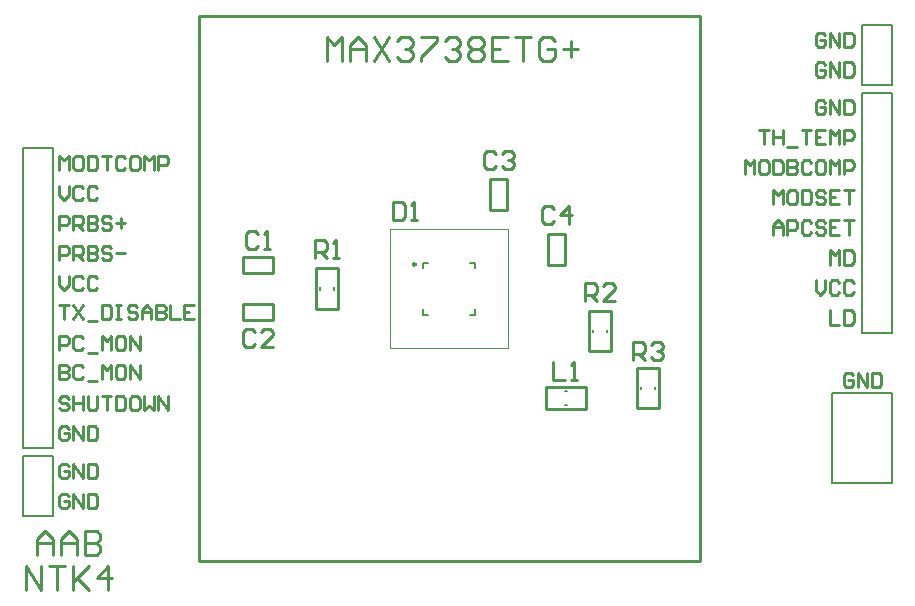
<source format=gto>
G04*
G04 #@! TF.GenerationSoftware,Altium Limited,Altium Designer,18.0.9 (584)*
G04*
G04 Layer_Color=65535*
%FSLAX44Y44*%
%MOMM*%
G71*
G01*
G75*
%ADD10C,0.2500*%
%ADD11C,0.2000*%
%ADD12C,0.2540*%
%ADD13C,0.0500*%
D10*
X366903Y295051D02*
G03*
X366903Y295051I-1250J0D01*
G01*
D11*
X745047Y498099D02*
X770447D01*
Y447299D02*
Y498099D01*
X745047Y447299D02*
X770447D01*
X745047D02*
Y498099D01*
X34303Y81901D02*
X59703D01*
X34303D02*
Y132701D01*
X59703D01*
Y81901D02*
Y132701D01*
X285751Y273552D02*
Y275551D01*
X297751Y273552D02*
Y275551D01*
X373153Y292301D02*
Y296551D01*
X377403D01*
X412903D02*
X417153D01*
Y292301D02*
Y296551D01*
Y252551D02*
Y256801D01*
X412903Y252551D02*
X417153D01*
X373153D02*
Y256801D01*
Y252551D02*
X377403D01*
X569290Y189290D02*
Y191290D01*
X557290Y189290D02*
Y191290D01*
X492760Y175710D02*
X494760D01*
X492760Y187710D02*
X494760D01*
X529040Y237570D02*
Y239570D01*
X517040Y237570D02*
Y239570D01*
X745000Y237170D02*
Y440370D01*
Y237170D02*
X770400D01*
Y440370D01*
X745000D02*
X770400D01*
X770390Y109640D02*
Y185840D01*
X719590Y109640D02*
X770390D01*
X719590D02*
Y185840D01*
X770390D01*
X59670Y139830D02*
Y374780D01*
Y393830D01*
X34270D02*
X59670D01*
X34270Y139830D02*
Y393830D01*
Y139830D02*
X59670D01*
D12*
X282251Y257551D02*
Y291551D01*
X301251D01*
X282251Y257551D02*
X301251D01*
Y291551D01*
X220247Y247551D02*
X246247D01*
Y261551D01*
X220247D02*
X246247D01*
X220247Y247551D02*
Y261551D01*
Y287551D02*
X246247D01*
Y301551D01*
X220247D02*
X246247D01*
X220247Y287551D02*
Y301551D01*
X478977Y294578D02*
X492977D01*
X478977D02*
Y320578D01*
X492977D01*
Y294578D02*
Y320578D01*
X289172Y43950D02*
X501134D01*
X607116Y159250D02*
Y389850D01*
X368658Y505150D02*
X421648D01*
X607116Y159250D02*
X607116Y43950D01*
X607116Y505150D02*
X607116Y389850D01*
X183190Y435150D02*
Y505150D01*
X501134Y43950D02*
X607116D01*
X183190D02*
X289172D01*
X421648Y505150D02*
X448144D01*
X342162D02*
X368658D01*
X572790Y173290D02*
Y207290D01*
X553790Y173290D02*
X572790D01*
X553790Y207290D02*
X572790D01*
X553790Y173290D02*
Y207290D01*
X476760Y172210D02*
X510760D01*
X476760D02*
Y191210D01*
X510760Y172210D02*
Y191210D01*
X476760D02*
X510760D01*
X532540Y221570D02*
Y255570D01*
X513540Y221570D02*
X532540D01*
X513540Y255570D02*
X532540D01*
X513540Y221570D02*
Y255570D01*
X429915Y341395D02*
X443915D01*
X429915D02*
Y367395D01*
X443915D01*
Y341395D02*
Y367395D01*
X183190Y435000D02*
X183190Y43950D01*
Y505150D02*
X289172D01*
X448144D02*
X501134D01*
X289172D02*
X342162D01*
X501134D02*
X607116D01*
X46547Y49338D02*
Y62667D01*
X53211Y69332D01*
X59876Y62667D01*
Y49338D01*
Y59335D01*
X46547D01*
X66540Y49338D02*
Y62667D01*
X73205Y69332D01*
X79869Y62667D01*
Y49338D01*
Y59335D01*
X66540D01*
X86534Y69332D02*
Y49338D01*
X96530D01*
X99863Y52670D01*
Y56003D01*
X96530Y59335D01*
X86534D01*
X96530D01*
X99863Y62667D01*
Y65999D01*
X96530Y69332D01*
X86534D01*
X36550Y19250D02*
Y39244D01*
X49879Y19250D01*
Y39244D01*
X56543D02*
X69872D01*
X63208D01*
Y19250D01*
X76537Y39244D02*
Y19250D01*
Y25914D01*
X89866Y39244D01*
X79869Y29247D01*
X89866Y19250D01*
X106527D02*
Y39244D01*
X96530Y29247D01*
X109860D01*
X291250Y467500D02*
Y487494D01*
X297915Y480829D01*
X304579Y487494D01*
Y467500D01*
X311243D02*
Y480829D01*
X317908Y487494D01*
X324573Y480829D01*
Y467500D01*
Y477497D01*
X311243D01*
X331237Y487494D02*
X344566Y467500D01*
Y487494D02*
X331237Y467500D01*
X351231Y484161D02*
X354563Y487494D01*
X361227D01*
X364560Y484161D01*
Y480829D01*
X361227Y477497D01*
X357895D01*
X361227D01*
X364560Y474165D01*
Y470832D01*
X361227Y467500D01*
X354563D01*
X351231Y470832D01*
X371224Y487494D02*
X384553D01*
Y484161D01*
X371224Y470832D01*
Y467500D01*
X391218Y484161D02*
X394550Y487494D01*
X401214D01*
X404547Y484161D01*
Y480829D01*
X401214Y477497D01*
X397882D01*
X401214D01*
X404547Y474165D01*
Y470832D01*
X401214Y467500D01*
X394550D01*
X391218Y470832D01*
X411211Y484161D02*
X414544Y487494D01*
X421208D01*
X424540Y484161D01*
Y480829D01*
X421208Y477497D01*
X424540Y474165D01*
Y470832D01*
X421208Y467500D01*
X414544D01*
X411211Y470832D01*
Y474165D01*
X414544Y477497D01*
X411211Y480829D01*
Y484161D01*
X414544Y477497D02*
X421208D01*
X444534Y487494D02*
X431205D01*
Y467500D01*
X444534D01*
X431205Y477497D02*
X437869D01*
X451198Y487494D02*
X464528D01*
X457863D01*
Y467500D01*
X484521Y484161D02*
X481189Y487494D01*
X474524D01*
X471192Y484161D01*
Y470832D01*
X474524Y467500D01*
X481189D01*
X484521Y470832D01*
Y477497D01*
X477856D01*
X491186D02*
X504515D01*
X497850Y484161D02*
Y470832D01*
X713478Y489246D02*
X711479Y491246D01*
X707480D01*
X705481Y489246D01*
Y481249D01*
X707480Y479250D01*
X711479D01*
X713478Y481249D01*
Y485248D01*
X709479D01*
X717477Y479250D02*
Y491246D01*
X725474Y479250D01*
Y491246D01*
X729473D02*
Y479250D01*
X735471D01*
X737470Y481249D01*
Y489246D01*
X735471Y491246D01*
X729473D01*
X713478Y463996D02*
X711479Y465996D01*
X707480D01*
X705481Y463996D01*
Y455999D01*
X707480Y454000D01*
X711479D01*
X713478Y455999D01*
Y459998D01*
X709479D01*
X717477Y454000D02*
Y465996D01*
X725474Y454000D01*
Y465996D01*
X729473D02*
Y454000D01*
X735471D01*
X737470Y455999D01*
Y463996D01*
X735471Y465996D01*
X729473D01*
X72997Y98747D02*
X70998Y100746D01*
X66999D01*
X65000Y98747D01*
Y90749D01*
X66999Y88750D01*
X70998D01*
X72997Y90749D01*
Y94748D01*
X68999D01*
X76996Y88750D02*
Y100746D01*
X84993Y88750D01*
Y100746D01*
X88992D02*
Y88750D01*
X94990D01*
X96990Y90749D01*
Y98747D01*
X94990Y100746D01*
X88992D01*
X72997Y123997D02*
X70998Y125996D01*
X66999D01*
X65000Y123997D01*
Y115999D01*
X66999Y114000D01*
X70998D01*
X72997Y115999D01*
Y119998D01*
X68999D01*
X76996Y114000D02*
Y125996D01*
X84993Y114000D01*
Y125996D01*
X88992D02*
Y114000D01*
X94990D01*
X96990Y115999D01*
Y123997D01*
X94990Y125996D01*
X88992D01*
X736978Y200996D02*
X734979Y202996D01*
X730980D01*
X728980Y200996D01*
Y192999D01*
X730980Y191000D01*
X734979D01*
X736978Y192999D01*
Y196998D01*
X732979D01*
X740977Y191000D02*
Y202996D01*
X748974Y191000D01*
Y202996D01*
X752973D02*
Y191000D01*
X758971D01*
X760970Y192999D01*
Y200996D01*
X758971Y202996D01*
X752973D01*
X717477Y255996D02*
Y244000D01*
X725474D01*
X729473Y255996D02*
Y244000D01*
X735471D01*
X737470Y245999D01*
Y253997D01*
X735471Y255996D01*
X729473D01*
X713478Y431996D02*
X711479Y433996D01*
X707480D01*
X705481Y431996D01*
Y423999D01*
X707480Y422000D01*
X711479D01*
X713478Y423999D01*
Y427998D01*
X709479D01*
X717477Y422000D02*
Y433996D01*
X725474Y422000D01*
Y433996D01*
X729473D02*
Y422000D01*
X735471D01*
X737470Y423999D01*
Y431996D01*
X735471Y433996D01*
X729473D01*
X657496Y408567D02*
X665494D01*
X661495D01*
Y396571D01*
X669492Y408567D02*
Y396571D01*
Y402569D01*
X677490D01*
Y408567D01*
Y396571D01*
X681488Y394571D02*
X689486D01*
X693484Y408567D02*
X701482D01*
X697483D01*
Y396571D01*
X713478Y408567D02*
X705481D01*
Y396571D01*
X713478D01*
X705481Y402569D02*
X709479D01*
X717477Y396571D02*
Y408567D01*
X721475Y404568D01*
X725474Y408567D01*
Y396571D01*
X729473D02*
Y408567D01*
X735471D01*
X737470Y406567D01*
Y402569D01*
X735471Y400569D01*
X729473D01*
X645500Y371143D02*
Y383139D01*
X649499Y379140D01*
X653497Y383139D01*
Y371143D01*
X663494Y383139D02*
X659495D01*
X657496Y381139D01*
Y373142D01*
X659495Y371143D01*
X663494D01*
X665494Y373142D01*
Y381139D01*
X663494Y383139D01*
X669492D02*
Y371143D01*
X675490D01*
X677490Y373142D01*
Y381139D01*
X675490Y383139D01*
X669492D01*
X681488D02*
Y371143D01*
X687486D01*
X689486Y373142D01*
Y375141D01*
X687486Y377141D01*
X681488D01*
X687486D01*
X689486Y379140D01*
Y381139D01*
X687486Y383139D01*
X681488D01*
X701482Y381139D02*
X699482Y383139D01*
X695484D01*
X693484Y381139D01*
Y373142D01*
X695484Y371143D01*
X699482D01*
X701482Y373142D01*
X711479Y383139D02*
X707480D01*
X705481Y381139D01*
Y373142D01*
X707480Y371143D01*
X711479D01*
X713478Y373142D01*
Y381139D01*
X711479Y383139D01*
X717477Y371143D02*
Y383139D01*
X721475Y379140D01*
X725474Y383139D01*
Y371143D01*
X729473D02*
Y383139D01*
X735471D01*
X737470Y381139D01*
Y377141D01*
X735471Y375141D01*
X729473D01*
X669492Y345714D02*
Y357710D01*
X673491Y353712D01*
X677490Y357710D01*
Y345714D01*
X687486Y357710D02*
X683488D01*
X681488Y355711D01*
Y347714D01*
X683488Y345714D01*
X687486D01*
X689486Y347714D01*
Y355711D01*
X687486Y357710D01*
X693484D02*
Y345714D01*
X699482D01*
X701482Y347714D01*
Y355711D01*
X699482Y357710D01*
X693484D01*
X713478Y355711D02*
X711479Y357710D01*
X707480D01*
X705481Y355711D01*
Y353712D01*
X707480Y351712D01*
X711479D01*
X713478Y349713D01*
Y347714D01*
X711479Y345714D01*
X707480D01*
X705481Y347714D01*
X725474Y357710D02*
X717477D01*
Y345714D01*
X725474D01*
X717477Y351712D02*
X721475D01*
X729473Y357710D02*
X737470D01*
X733472D01*
Y345714D01*
X669492Y320286D02*
Y328283D01*
X673491Y332282D01*
X677490Y328283D01*
Y320286D01*
Y326284D01*
X669492D01*
X681488Y320286D02*
Y332282D01*
X687486D01*
X689486Y330282D01*
Y326284D01*
X687486Y324284D01*
X681488D01*
X701482Y330282D02*
X699482Y332282D01*
X695484D01*
X693484Y330282D01*
Y322285D01*
X695484Y320286D01*
X699482D01*
X701482Y322285D01*
X713478Y330282D02*
X711479Y332282D01*
X707480D01*
X705481Y330282D01*
Y328283D01*
X707480Y326284D01*
X711479D01*
X713478Y324284D01*
Y322285D01*
X711479Y320286D01*
X707480D01*
X705481Y322285D01*
X725474Y332282D02*
X717477D01*
Y320286D01*
X725474D01*
X717477Y326284D02*
X721475D01*
X729473Y332282D02*
X737470D01*
X733472D01*
Y320286D01*
X717477Y294857D02*
Y306853D01*
X721475Y302854D01*
X725474Y306853D01*
Y294857D01*
X729473Y306853D02*
Y294857D01*
X735471D01*
X737470Y296856D01*
Y304854D01*
X735471Y306853D01*
X729473D01*
X705481Y281425D02*
Y273427D01*
X709479Y269429D01*
X713478Y273427D01*
Y281425D01*
X725474Y279425D02*
X723475Y281425D01*
X719476D01*
X717477Y279425D01*
Y271428D01*
X719476Y269429D01*
X723475D01*
X725474Y271428D01*
X737470Y279425D02*
X735471Y281425D01*
X731472D01*
X729473Y279425D01*
Y271428D01*
X731472Y269429D01*
X735471D01*
X737470Y271428D01*
X72997Y155997D02*
X70998Y157996D01*
X66999D01*
X65000Y155997D01*
Y147999D01*
X66999Y146000D01*
X70998D01*
X72997Y147999D01*
Y151998D01*
X68999D01*
X76996Y146000D02*
Y157996D01*
X84993Y146000D01*
Y157996D01*
X88992D02*
Y146000D01*
X94990D01*
X96990Y147999D01*
Y155997D01*
X94990Y157996D01*
X88992D01*
X72997Y181441D02*
X70998Y183441D01*
X66999D01*
X65000Y181441D01*
Y179442D01*
X66999Y177442D01*
X70998D01*
X72997Y175443D01*
Y173444D01*
X70998Y171444D01*
X66999D01*
X65000Y173444D01*
X76996Y183441D02*
Y171444D01*
Y177442D01*
X84993D01*
Y183441D01*
Y171444D01*
X88992Y183441D02*
Y173444D01*
X90992Y171444D01*
X94990D01*
X96990Y173444D01*
Y183441D01*
X100988D02*
X108986D01*
X104987D01*
Y171444D01*
X112985Y183441D02*
Y171444D01*
X118982D01*
X120982Y173444D01*
Y181441D01*
X118982Y183441D01*
X112985D01*
X130979D02*
X126980D01*
X124981Y181441D01*
Y173444D01*
X126980Y171444D01*
X130979D01*
X132978Y173444D01*
Y181441D01*
X130979Y183441D01*
X136977D02*
Y171444D01*
X140975Y175443D01*
X144974Y171444D01*
Y183441D01*
X148973Y171444D02*
Y183441D01*
X156970Y171444D01*
Y183441D01*
X65000Y209884D02*
Y197888D01*
X70998D01*
X72997Y199888D01*
Y201887D01*
X70998Y203886D01*
X65000D01*
X70998D01*
X72997Y205886D01*
Y207885D01*
X70998Y209884D01*
X65000D01*
X84993Y207885D02*
X82994Y209884D01*
X78995D01*
X76996Y207885D01*
Y199888D01*
X78995Y197888D01*
X82994D01*
X84993Y199888D01*
X88992Y195889D02*
X96990D01*
X100988Y197888D02*
Y209884D01*
X104987Y205886D01*
X108986Y209884D01*
Y197888D01*
X118982Y209884D02*
X114984D01*
X112985Y207885D01*
Y199888D01*
X114984Y197888D01*
X118982D01*
X120982Y199888D01*
Y207885D01*
X118982Y209884D01*
X124981Y197888D02*
Y209884D01*
X132978Y197888D01*
Y209884D01*
X65000Y222333D02*
Y234329D01*
X70998D01*
X72997Y232329D01*
Y228331D01*
X70998Y226331D01*
X65000D01*
X84993Y232329D02*
X82994Y234329D01*
X78995D01*
X76996Y232329D01*
Y224332D01*
X78995Y222333D01*
X82994D01*
X84993Y224332D01*
X88992Y220333D02*
X96990D01*
X100988Y222333D02*
Y234329D01*
X104987Y230330D01*
X108986Y234329D01*
Y222333D01*
X118982Y234329D02*
X114984D01*
X112985Y232329D01*
Y224332D01*
X114984Y222333D01*
X118982D01*
X120982Y224332D01*
Y232329D01*
X118982Y234329D01*
X124981Y222333D02*
Y234329D01*
X132978Y222333D01*
Y234329D01*
X65000Y260773D02*
X72997D01*
X68999D01*
Y248777D01*
X76996Y260773D02*
X84993Y248777D01*
Y260773D02*
X76996Y248777D01*
X88992Y246778D02*
X96990D01*
X100988Y260773D02*
Y248777D01*
X106986D01*
X108986Y250776D01*
Y258774D01*
X106986Y260773D01*
X100988D01*
X112985D02*
X116983D01*
X114984D01*
Y248777D01*
X112985D01*
X116983D01*
X130979Y258774D02*
X128979Y260773D01*
X124981D01*
X122981Y258774D01*
Y256775D01*
X124981Y254775D01*
X128979D01*
X130979Y252776D01*
Y250776D01*
X128979Y248777D01*
X124981D01*
X122981Y250776D01*
X134977Y248777D02*
Y256775D01*
X138976Y260773D01*
X142975Y256775D01*
Y248777D01*
Y254775D01*
X134977D01*
X146973Y260773D02*
Y248777D01*
X152971D01*
X154971Y250776D01*
Y252776D01*
X152971Y254775D01*
X146973D01*
X152971D01*
X154971Y256775D01*
Y258774D01*
X152971Y260773D01*
X146973D01*
X158970D02*
Y248777D01*
X166967D01*
X178963Y260773D02*
X170966D01*
Y248777D01*
X178963D01*
X170966Y254775D02*
X174964D01*
X65000Y285218D02*
Y277221D01*
X68999Y273222D01*
X72997Y277221D01*
Y285218D01*
X84993Y283219D02*
X82994Y285218D01*
X78995D01*
X76996Y283219D01*
Y275222D01*
X78995Y273222D01*
X82994D01*
X84993Y275222D01*
X96990Y283219D02*
X94990Y285218D01*
X90992D01*
X88992Y283219D01*
Y275222D01*
X90992Y273222D01*
X94990D01*
X96990Y275222D01*
X65000Y298667D02*
Y310663D01*
X70998D01*
X72997Y308663D01*
Y304665D01*
X70998Y302665D01*
X65000D01*
X76996Y298667D02*
Y310663D01*
X82994D01*
X84993Y308663D01*
Y304665D01*
X82994Y302665D01*
X76996D01*
X80995D02*
X84993Y298667D01*
X88992Y310663D02*
Y298667D01*
X94990D01*
X96990Y300666D01*
Y302665D01*
X94990Y304665D01*
X88992D01*
X94990D01*
X96990Y306664D01*
Y308663D01*
X94990Y310663D01*
X88992D01*
X108986Y308663D02*
X106986Y310663D01*
X102988D01*
X100988Y308663D01*
Y306664D01*
X102988Y304665D01*
X106986D01*
X108986Y302665D01*
Y300666D01*
X106986Y298667D01*
X102988D01*
X100988Y300666D01*
X112985Y304665D02*
X120982D01*
X65000Y324111D02*
Y336107D01*
X70998D01*
X72997Y334108D01*
Y330109D01*
X70998Y328110D01*
X65000D01*
X76996Y324111D02*
Y336107D01*
X82994D01*
X84993Y334108D01*
Y330109D01*
X82994Y328110D01*
X76996D01*
X80995D02*
X84993Y324111D01*
X88992Y336107D02*
Y324111D01*
X94990D01*
X96990Y326110D01*
Y328110D01*
X94990Y330109D01*
X88992D01*
X94990D01*
X96990Y332108D01*
Y334108D01*
X94990Y336107D01*
X88992D01*
X108986Y334108D02*
X106986Y336107D01*
X102988D01*
X100988Y334108D01*
Y332108D01*
X102988Y330109D01*
X106986D01*
X108986Y328110D01*
Y326110D01*
X106986Y324111D01*
X102988D01*
X100988Y326110D01*
X112985Y330109D02*
X120982D01*
X116983Y334108D02*
Y326110D01*
X65000Y361552D02*
Y353554D01*
X68999Y349555D01*
X72997Y353554D01*
Y361552D01*
X84993Y359552D02*
X82994Y361552D01*
X78995D01*
X76996Y359552D01*
Y351555D01*
X78995Y349555D01*
X82994D01*
X84993Y351555D01*
X96990Y359552D02*
X94990Y361552D01*
X90992D01*
X88992Y359552D01*
Y351555D01*
X90992Y349555D01*
X94990D01*
X96990Y351555D01*
X65000Y375000D02*
Y386996D01*
X68999Y382997D01*
X72997Y386996D01*
Y375000D01*
X82994Y386996D02*
X78995D01*
X76996Y384997D01*
Y376999D01*
X78995Y375000D01*
X82994D01*
X84993Y376999D01*
Y384997D01*
X82994Y386996D01*
X88992D02*
Y375000D01*
X94990D01*
X96990Y376999D01*
Y384997D01*
X94990Y386996D01*
X88992D01*
X100988D02*
X108986D01*
X104987D01*
Y375000D01*
X120982Y384997D02*
X118982Y386996D01*
X114984D01*
X112985Y384997D01*
Y376999D01*
X114984Y375000D01*
X118982D01*
X120982Y376999D01*
X130979Y386996D02*
X126980D01*
X124981Y384997D01*
Y376999D01*
X126980Y375000D01*
X130979D01*
X132978Y376999D01*
Y384997D01*
X130979Y386996D01*
X136977Y375000D02*
Y386996D01*
X140975Y382997D01*
X144974Y386996D01*
Y375000D01*
X148973D02*
Y386996D01*
X154971D01*
X156970Y384997D01*
Y380998D01*
X154971Y378998D01*
X148973D01*
X347440Y347555D02*
Y332320D01*
X355057D01*
X357597Y334859D01*
Y345016D01*
X355057Y347555D01*
X347440D01*
X362675Y332320D02*
X367753D01*
X365214D01*
Y347555D01*
X362675Y345016D01*
X281622Y300316D02*
Y315551D01*
X289240D01*
X291779Y313012D01*
Y307934D01*
X289240Y305394D01*
X281622D01*
X286700D02*
X291779Y300316D01*
X296857D02*
X301935D01*
X299396D01*
Y315551D01*
X296857Y313012D01*
X231092Y237872D02*
X228553Y240411D01*
X223475D01*
X220936Y237872D01*
Y227716D01*
X223475Y225177D01*
X228553D01*
X231092Y227716D01*
X246327Y225177D02*
X236171D01*
X246327Y235333D01*
Y237872D01*
X243788Y240411D01*
X238710D01*
X236171Y237872D01*
X233342Y320622D02*
X230803Y323162D01*
X225725D01*
X223186Y320622D01*
Y310466D01*
X225725Y307927D01*
X230803D01*
X233342Y310466D01*
X238421Y307927D02*
X243499D01*
X240960D01*
Y323162D01*
X238421Y320622D01*
X483577Y342076D02*
X481037Y344615D01*
X475959D01*
X473420Y342076D01*
Y331919D01*
X475959Y329380D01*
X481037D01*
X483577Y331919D01*
X496273Y329380D02*
Y344615D01*
X488655Y336998D01*
X498812D01*
X550586Y213832D02*
Y229067D01*
X558204D01*
X560743Y226528D01*
Y221450D01*
X558204Y218910D01*
X550586D01*
X555664D02*
X560743Y213832D01*
X565821Y226528D02*
X568360Y229067D01*
X573439D01*
X575978Y226528D01*
Y223989D01*
X573439Y221450D01*
X570899D01*
X573439D01*
X575978Y218910D01*
Y216371D01*
X573439Y213832D01*
X568360D01*
X565821Y216371D01*
X510286Y263676D02*
Y278911D01*
X517904D01*
X520443Y276372D01*
Y271294D01*
X517904Y268754D01*
X510286D01*
X515364D02*
X520443Y263676D01*
X535678D02*
X525521D01*
X535678Y273833D01*
Y276372D01*
X533139Y278911D01*
X528060D01*
X525521Y276372D01*
X483416Y212673D02*
Y197438D01*
X493573D01*
X498651D02*
X503729D01*
X501190D01*
Y212673D01*
X498651Y210134D01*
X434486Y388091D02*
X431946Y390630D01*
X426868D01*
X424329Y388091D01*
Y377934D01*
X426868Y375395D01*
X431946D01*
X434486Y377934D01*
X439564Y388091D02*
X442103Y390630D01*
X447182D01*
X449721Y388091D01*
Y385552D01*
X447182Y383013D01*
X444642D01*
X447182D01*
X449721Y380473D01*
Y377934D01*
X447182Y375395D01*
X442103D01*
X439564Y377934D01*
D13*
X445153Y224552D02*
Y324552D01*
X345153D02*
X445153D01*
X345153Y224552D02*
Y324552D01*
Y224552D02*
X445153D01*
M02*

</source>
